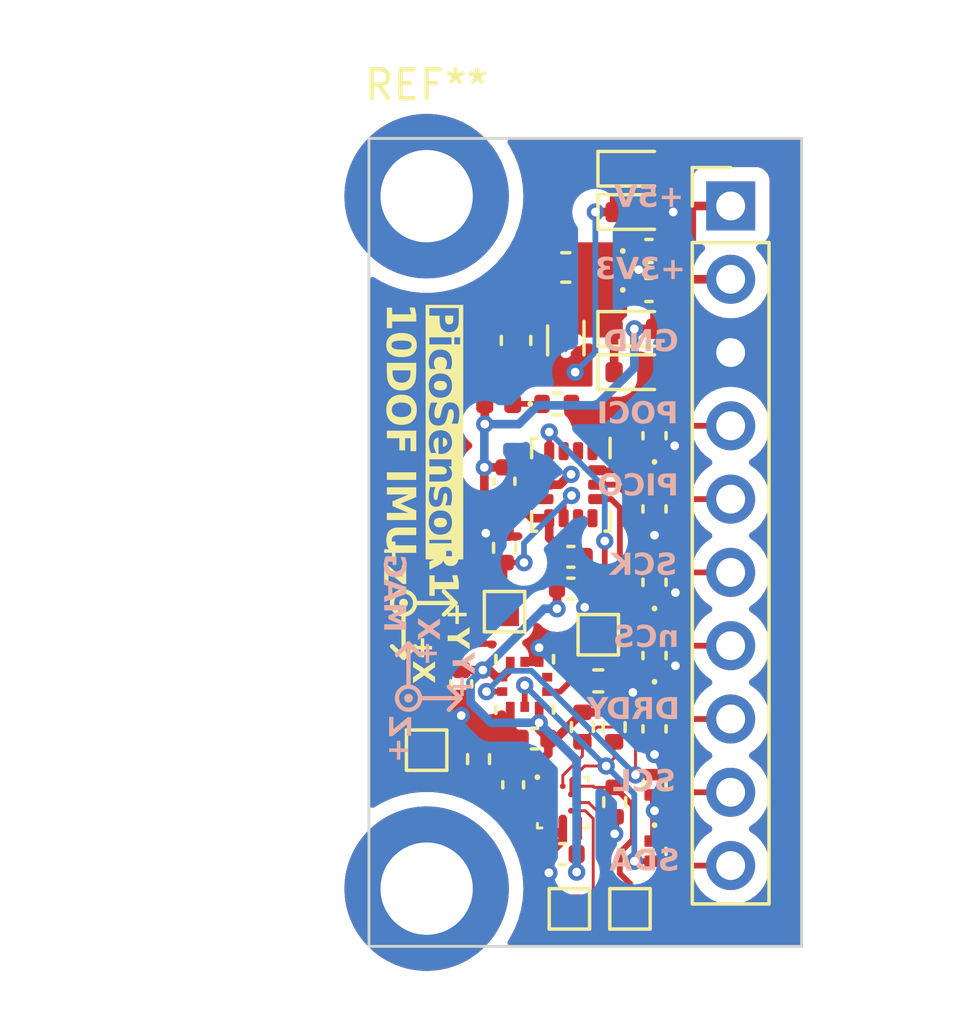
<source format=kicad_pcb>
(kicad_pcb (version 20221018) (generator pcbnew)
  (layers (0 "F.Cu" signal) (31 "B.Cu" signal) (34 "B.Paste" user) (35 "F.Paste" user) (36 "B.SilkS" user "B.Silkscreen") (37 "F.SilkS" user "F.Silkscreen") (38 "B.Mask" user) (39 "F.Mask" user) (44 "Edge.Cuts" user))
  (net 0 "")
  (net 1 "GND")
  (net 2 "+3V3")
  (net 3 "Net-(D1-K)")
  (net 4 "+5V")
  (net 5 "Net-(D3-K)")
  (net 6 "Net-(D11-K)")
  (net 7 "/SCL")
  (net 8 "/SDA")
  (net 9 "Net-(U4-AD0{slash}SDO)")
  (net 10 "Net-(U1-FSYNC)")
  (net 11 "/MISO")
  (net 12 "/DRDY_ICM42688P")
  (net 13 "/nCS")
  (net 14 "/SCK")
  (net 15 "/MOSI")
  (net 18 "/BMM150_CSB")
  (net 19 "/BMM150_DRDY")
  (net 20 "Net-(U3-CSB)")
  (footprint "Package_CSP:WLCSP-12_1.56x1.56mm_P0.4mm" (layer "F.Cu") (at 123.72 74.017)
    (fp_text reference "U3" hide)
    (fp_text value "BMM150")
    (pad "A1" smd circle (at -0.566 -0.566) (size 0.2 0.2) (layers "F.Cu" "F.Paste" "F.Mask") (net 2 "+3V3"))
    (pad "A3" smd circle (at 0 -0.566) (size 0.2 0.2) (layers "F.Cu" "F.Paste" "F.Mask") (net 7 "/SCL"))
    (pad "A5" smd circle (at 0.566 -0.566) (size 0.2 0.2) (layers "F.Cu" "F.Paste" "F.Mask") (net 20 "Net-(U3-CSB)"))
    (pad "B2" smd circle (at -0.283 -0.283) (size 0.2 0.2) (layers "F.Cu" "F.Paste" "F.Mask") (net 2 "+3V3"))
    (pad "B4" smd circle (at 0.283 -0.283) (size 0.2 0.2) (layers "F.Cu" "F.Paste" "F.Mask") (net 8 "/SDA"))
    (pad "C1" smd circle (at -0.566 0) (size 0.2 0.2) (layers "F.Cu" "F.Paste" "F.Mask") (net 18 "/BMM150_CSB"))
    (pad "C5" smd circle (at 0.566 0) (size 0.2 0.2) (layers "F.Cu" "F.Paste" "F.Mask") (net 1 "GND"))
    (pad "D2" smd circle (at -0.283 0.283) (size 0.2 0.2) (layers "F.Cu" "F.Paste" "F.Mask"))
    (pad "D4" smd circle (at 0.283 0.283) (size 0.2 0.2) (layers "F.Cu" "F.Paste" "F.Mask") (net 19 "/BMM150_DRDY"))
    (pad "E1" smd circle (at -0.566 0.566) (size 0.2 0.2) (layers "F.Cu" "F.Paste" "F.Mask") (net 1 "GND"))
    (pad "E3" smd circle (at 0 0.566) (size 0.2 0.2) (layers "F.Cu" "F.Paste" "F.Mask") (net 1 "GND"))
    (pad "E5" smd circle (at 0.566 0.566) (size 0.2 0.2) (layers "F.Cu" "F.Paste" "F.Mask") (net 2 "+3V3"))
  )
  (footprint "LED_SMD:LED_0402_1005Metric" (layer "F.Cu") (at 121.5 60.2 180)
    (fp_text reference "D3" hide)
    (fp_text value "GREEN")
    (pad "1" smd roundrect (at -0.485 0 180) (size 0.59 0.64) (layers "F.Cu" "F.Paste" "F.Mask") (net 5 "Net-(D3-K)"))
    (pad "2" smd roundrect (at 0.485 0 180) (size 0.59 0.64) (layers "F.Cu" "F.Paste" "F.Mask") (net 2 "+3V3"))
  )
  (footprint "Package_DFN_QFN_Extra:DFN1006-2" (layer "F.Cu") (at 126.9 63.85 90)
    (fp_text reference "D9" hide)
    (fp_text value "D_TVS")
    (pad "1" smd roundrect (at -0.35 0 90) (size 0.4 0.7) (layers "F.Cu" "F.Paste" "F.Mask") (roundrect_rratio 0.125) (net 1 "GND"))
    (pad "2" smd roundrect (at 0.35 0 90) (size 0.4 0.7) (layers "F.Cu" "F.Paste" "F.Mask") (roundrect_rratio 0.125) (net 15 "/MOSI"))
  )
  (footprint "Package_DFN_QFN_Extra:DFN1006-2" (layer "F.Cu") (at 126.9 71.47 90)
    (fp_text reference "D6" hide)
    (fp_text value "D_TVS")
    (pad "1" smd roundrect (at -0.35 0 90) (size 0.4 0.7) (layers "F.Cu" "F.Paste" "F.Mask") (roundrect_rratio 0.125) (net 1 "GND"))
    (pad "2" smd roundrect (at 0.35 0 90) (size 0.4 0.7) (layers "F.Cu" "F.Paste" "F.Mask") (roundrect_rratio 0.125) (net 12 "/DRDY_ICM42688P"))
  )
  (footprint "Package_DFN_QFN_Extra:DFN1006-2" (layer "F.Cu") (at 126.9 66.39 90)
    (fp_text reference "D8" hide)
    (fp_text value "D_TVS")
    (pad "1" smd roundrect (at -0.35 0 90) (size 0.4 0.7) (layers "F.Cu" "F.Paste" "F.Mask") (roundrect_rratio 0.125) (net 1 "GND"))
    (pad "2" smd roundrect (at 0.35 0 90) (size 0.4 0.7) (layers "F.Cu" "F.Paste" "F.Mask") (roundrect_rratio 0.125) (net 14 "/SCK"))
  )
  (footprint "Resistor_SMD:R_0402_1005Metric" (layer "F.Cu") (at 124.95 69.8)
    (fp_text reference "R6" hide)
    (fp_text value "10K")
    (pad "1" smd roundrect (at -0.51 0) (size 0.54 0.64) (layers "F.Cu" "F.Paste" "F.Mask") (net 9 "Net-(U4-AD0{slash}SDO)"))
    (pad "2" smd roundrect (at 0.51 0) (size 0.54 0.64) (layers "F.Cu" "F.Paste" "F.Mask") (net 1 "GND"))
  )
  (footprint "TestPoint:TestPoint_Pad_1.0x1.0mm" (layer "F.Cu") (at 121.7 67.4)
    (fp_text reference "TP5" hide)
    (fp_text value "ICM42688P_FSYNC")
    (pad "1" smd rect (at 0 0) (size 1 1) (layers "F.Cu" "F.Mask") (net 10 "Net-(U1-FSYNC)"))
  )
  (footprint "Package_LGA:LGA-14_3x2.5mm_P0.5mm_LayoutBorder3x4y" (layer "F.Cu") (at 124 63 -90)
    (fp_text reference "U1" hide)
    (fp_text value "ICM42688P")
    (pad "1" smd roundrect (at -1.1625 -0.75 270) (size 0.625 0.35) (layers "F.Cu" "F.Paste" "F.Mask") (net 11 "/MISO"))
    (pad "2" smd roundrect (at -1.1625 -0.25 270) (size 0.625 0.35) (layers "F.Cu" "F.Paste" "F.Mask"))
    (pad "3" smd roundrect (at -1.1625 0.25 270) (size 0.625 0.35) (layers "F.Cu" "F.Paste" "F.Mask"))
    (pad "4" smd roundrect (at -1.1625 0.75 270) (size 0.625 0.35) (layers "F.Cu" "F.Paste" "F.Mask") (net 12 "/DRDY_ICM42688P"))
    (pad "5" smd roundrect (at -0.5 0.9125 270) (size 0.35 0.625) (layers "F.Cu" "F.Paste" "F.Mask") (net 2 "+3V3"))
    (pad "6" smd roundrect (at 0 0.9125 270) (size 0.35 0.625) (layers "F.Cu" "F.Paste" "F.Mask") (net 1 "GND"))
    (pad "7" smd roundrect (at 0.5 0.9125 270) (size 0.35 0.625) (layers "F.Cu" "F.Paste" "F.Mask"))
    (pad "8" smd roundrect (at 1.1625 0.75 270) (size 0.625 0.35) (layers "F.Cu" "F.Paste" "F.Mask") (net 2 "+3V3"))
    (pad "9" smd roundrect (at 1.1625 0.25 270) (size 0.625 0.35) (layers "F.Cu" "F.Paste" "F.Mask") (net 10 "Net-(U1-FSYNC)"))
    (pad "10" smd roundrect (at 1.1625 -0.25 270) (size 0.625 0.35) (layers "F.Cu" "F.Paste" "F.Mask"))
    (pad "11" smd roundrect (at 1.1625 -0.75 270) (size 0.625 0.35) (layers "F.Cu" "F.Paste" "F.Mask"))
    (pad "12" smd roundrect (at 0.5 -0.9125 270) (size 0.35 0.625) (layers "F.Cu" "F.Paste" "F.Mask") (net 13 "/nCS"))
    (pad "13" smd roundrect (at 0 -0.9125 270) (size 0.35 0.625) (layers "F.Cu" "F.Paste" "F.Mask") (net 14 "/SCK"))
    (pad "14" smd roundrect (at -0.5 -0.9125 270) (size 0.35 0.625) (layers "F.Cu" "F.Paste" "F.Mask") (net 15 "/MOSI"))
  )
  (footprint "Diode_SMD:D_SOD-523" (layer "F.Cu") (at 126.2 59.1)
    (fp_text reference "D12" hide)
    (fp_text value "BZX58550-B5V6")
    (pad "1" smd roundrect (at -0.7 0 180) (size 0.6 0.7) (layers "F.Cu" "F.Paste" "F.Mask") (net 6 "Net-(D11-K)"))
    (pad "2" smd roundrect (at 0.7 0 180) (size 0.6 0.7) (layers "F.Cu" "F.Paste" "F.Mask") (net 1 "GND"))
  )
  (footprint "MountingHole:MountingHole_3.2mm_M3_ISO7380_Pad" (layer "F.Cu") (at 119 77)
    (fp_text reference "REF**" hide)
    (fp_text value "MountingHole_3.2mm_M3_ISO7380_Pad")
    (pad "1" thru_hole circle (at 0 0) (size 5.7 5.7) (drill 3.2) (layers "*.Cu" "*.Mask"))
  )
  (footprint "Capacitor_SMD:C_0603_1608Metric" (layer "F.Cu") (at 123.825 55.47 180)
    (fp_text reference "C5" hide)
    (fp_text value "0u1")
    (pad "1" smd roundrect (at -0.775 0 180) (size 0.9 0.95) (layers "F.Cu" "F.Paste" "F.Mask") (net 6 "Net-(D11-K)"))
    (pad "2" smd roundrect (at 0.775 0 180) (size 0.9 0.95) (layers "F.Cu" "F.Paste" "F.Mask") (net 1 "GND"))
  )
  (footprint "Package_DFN_QFN_Extra:DFN1006-2" (layer "F.Cu") (at 126.9 75.7 -90)
    (fp_text reference "D4" hide)
    (fp_text value "D_TVS")
    (pad "1" smd roundrect (at -0.35 0 270) (size 0.4 0.7) (layers "F.Cu" "F.Paste" "F.Mask") (roundrect_rratio 0.125) (net 1 "GND"))
    (pad "2" smd roundrect (at 0.35 0 270) (size 0.4 0.7) (layers "F.Cu" "F.Paste" "F.Mask") (roundrect_rratio 0.125) (net 8 "/SDA"))
  )
  (footprint "Resistor_SMD:R_0402_1005Metric" (layer "F.Cu") (at 123.51 60.2)
    (fp_text reference "R5" hide)
    (fp_text value "1K5")
    (pad "1" smd roundrect (at -0.51 0) (size 0.54 0.64) (layers "F.Cu" "F.Paste" "F.Mask") (net 5 "Net-(D3-K)"))
    (pad "2" smd roundrect (at 0.51 0) (size 0.54 0.64) (layers "F.Cu" "F.Paste" "F.Mask") (net 1 "GND"))
  )
  (footprint "Package_DFN_QFN_Extra:DFN1006-2" (layer "F.Cu") (at 126.9 73.4 90)
    (fp_text reference "D5" hide)
    (fp_text value "D_TVS")
    (pad "1" smd roundrect (at -0.35 0 90) (size 0.4 0.7) (layers "F.Cu" "F.Paste" "F.Mask") (roundrect_rratio 0.125) (net 1 "GND"))
    (pad "2" smd roundrect (at 0.35 0 90) (size 0.4 0.7) (layers "F.Cu" "F.Paste" "F.Mask") (roundrect_rratio 0.125) (net 7 "/SCL"))
  )
  (footprint "Capacitor_SMD:C_0402_1005Metric" (layer "F.Cu") (at 123.72 75.8 180)
    (fp_text reference "C7" hide)
    (fp_text value "0u1")
    (pad "1" smd roundrect (at -0.48 0 180) (size 0.56 0.62) (layers "F.Cu" "F.Paste" "F.Mask") (net 2 "+3V3"))
    (pad "2" smd roundrect (at 0.48 0 180) (size 0.56 0.62) (layers "F.Cu" "F.Paste" "F.Mask") (net 1 "GND"))
  )
  (footprint "Capacitor_SMD:C_0402_1005Metric" (layer "F.Cu") (at 122 73.4 90)
    (fp_text reference "C6" hide)
    (fp_text value "0u1")
    (pad "1" smd roundrect (at -0.48 0 90) (size 0.56 0.62) (layers "F.Cu" "F.Paste" "F.Mask") (net 1 "GND"))
    (pad "2" smd roundrect (at 0.48 0 90) (size 0.56 0.62) (layers "F.Cu" "F.Paste" "F.Mask") (net 2 "+3V3"))
  )
  (footprint "Package_DFN_QFN_Extra:DFN1006-2" (layer "F.Cu") (at 126.9 68.93 90)
    (fp_text reference "D7" hide)
    (fp_text value "D_TVS")
    (pad "1" smd roundrect (at -0.35 0 90) (size 0.4 0.7) (layers "F.Cu" "F.Paste" "F.Mask") (roundrect_rratio 0.125) (net 1 "GND"))
    (pad "2" smd roundrect (at 0.35 0 90) (size 0.4 0.7) (layers "F.Cu" "F.Paste" "F.Mask") (roundrect_rratio 0.125) (net 13 "/nCS"))
  )
  (footprint "Capacitor_SMD:C_0402_1005Metric" (layer "F.Cu") (at 124 65.5 180)
    (fp_text reference "C1" hide)
    (fp_text value "2u2")
    (pad "1" smd roundrect (at -0.48 0 180) (size 0.56 0.62) (layers "F.Cu" "F.Paste" "F.Mask") (net 1 "GND"))
    (pad "2" smd roundrect (at 0.48 0 180) (size 0.56 0.62) (layers "F.Cu" "F.Paste" "F.Mask") (net 2 "+3V3"))
  )
  (footprint "Package_DFN_QFN_Extra:DFN1006-2" (layer "F.Cu") (at 126.9 61.31 90)
    (fp_text reference "D10" hide)
    (fp_text value "D_TVS")
    (pad "1" smd roundrect (at -0.35 0 90) (size 0.4 0.7) (layers "F.Cu" "F.Paste" "F.Mask") (roundrect_rratio 0.125) (net 1 "GND"))
    (pad "2" smd roundrect (at 0.35 0 90) (size 0.4 0.7) (layers "F.Cu" "F.Paste" "F.Mask") (roundrect_rratio 0.125) (net 11 "/MISO"))
  )
  (footprint "Capacitor_SMD:C_0402_1005Metric" (layer "F.Cu") (at 120.2 69.904 -90)
    (fp_text reference "C9" hide)
    (fp_text value "0u1")
    (pad "1" smd roundrect (at -0.48 0 270) (size 0.56 0.62) (layers "F.Cu" "F.Paste" "F.Mask") (net 2 "+3V3"))
    (pad "2" smd roundrect (at 0.48 0 270) (size 0.56 0.62) (layers "F.Cu" "F.Paste" "F.Mask") (net 1 "GND"))
  )
  (footprint "Capacitor_SMD:C_0402_1005Metric" (layer "F.Cu") (at 124 66.6 180)
    (fp_text reference "C2" hide)
    (fp_text value "0u1")
    (pad "1" smd roundrect (at -0.48 0 180) (size 0.56 0.62) (layers "F.Cu" "F.Paste" "F.Mask") (net 1 "GND"))
    (pad "2" smd roundrect (at 0.48 0 180) (size 0.56 0.62) (layers "F.Cu" "F.Paste" "F.Mask") (net 2 "+3V3"))
  )
  (footprint "Package_DFN_QFN_Extra:DFN1006-2" (layer "F.Cu") (at 126.7 54.9)
    (fp_text reference "D13" hide)
    (fp_text value "D_TVS")
    (pad "1" smd roundrect (at -0.35 0) (size 0.4 0.7) (layers "F.Cu" "F.Paste" "F.Mask") (roundrect_rratio 0.125) (net 1 "GND"))
    (pad "2" smd roundrect (at 0.35 0) (size 0.4 0.7) (layers "F.Cu" "F.Paste" "F.Mask") (roundrect_rratio 0.125) (net 4 "+5V"))
  )
  (footprint "TestPoint:TestPoint_Pad_1.0x1.0mm" (layer "F.Cu") (at 119 72.2)
    (fp_text reference "TP2" hide)
    (fp_text value "BMM150_B0")
    (pad "1" smd rect (at 0 0) (size 1 1) (layers "F.Cu" "F.Mask") (net 18 "/BMM150_CSB"))
  )
  (footprint "Diode_SMD:D_SOD-523" (layer "F.Cu") (at 126.2 52.05)
    (fp_text reference "D2" hide)
    (fp_text value "1PS79SB30")
    (pad "1" smd roundrect (at -0.7 0 180) (size 0.6 0.7) (layers "F.Cu" "F.Paste" "F.Mask") (net 3 "Net-(D1-K)"))
    (pad "2" smd roundrect (at 0.7 0 180) (size 0.6 0.7) (layers "F.Cu" "F.Paste" "F.Mask") (net 4 "+5V"))
  )
  (footprint "ICP20100:PQFN50P200X200X85-10N" (layer "F.Cu") (at 122.4 69.92)
    (fp_text reference "U4" hide)
    (fp_text value "ICP20100")
    (pad "1" smd roundrect (at -0.78 -0.25) (size 0.35 0.3) (layers "F.Cu" "F.Paste" "F.Mask") (roundrect_rratio 0.04) (net 2 "+3V3"))
    (pad "2" smd roundrect (at -0.78 0.25) (size 0.35 0.3) (layers "F.Cu" "F.Paste" "F.Mask") (roundrect_rratio 0.04) (net 7 "/SCL"))
    (pad "3" smd roundrect (at -0.5 0.78) (size 0.3 0.35) (layers "F.Cu" "F.Paste" "F.Mask") (roundrect_rratio 0.05) (net 1 "GND"))
    (pad "4" smd roundrect (at 0 0.78) (size 0.3 0.35) (layers "F.Cu" "F.Paste" "F.Mask") (roundrect_rratio 0.05) (net 8 "/SDA"))
    (pad "5" smd roundrect (at 0.5 0.78) (size 0.3 0.35) (layers "F.Cu" "F.Paste" "F.Mask") (roundrect_rratio 0.05) (net 2 "+3V3"))
    (pad "6" smd roundrect (at 0.78 0.25) (size 0.35 0.3) (layers "F.Cu" "F.Paste" "F.Mask") (roundrect_rratio 0.04) (net 9 "Net-(U4-AD0{slash}SDO)"))
    (pad "7" smd roundrect (at 0.78 -0.25) (size 0.35 0.3) (layers "F.Cu" "F.Paste" "F.Mask") (roundrect_rratio 0.04))
    (pad "8" smd roundrect (at 0.5 -0.78) (size 0.3 0.35) (layers "F.Cu" "F.Paste" "F.Mask") (roundrect_rratio 0.05) (net 1 "GND"))
    (pad "9" smd roundrect (at 0 -0.78) (size 0.3 0.35) (layers "F.Cu" "F.Paste" "F.Mask") (roundrect_rratio 0.05) (net 1 "GND"))
    (pad "10" smd roundrect (at -0.5 -0.78) (size 0.3 0.35) (layers "F.Cu" "F.Paste" "F.Mask") (roundrect_rratio 0.05) (net 2 "+3V3"))
  )
  (footprint "Diode_SMD:D_SOD-523" (layer "F.Cu") (at 126.2 53.55)
    (fp_text reference "D1" hide)
    (fp_text value "BZX58550-B5V6")
    (pad "1" smd roundrect (at -0.7 0 180) (size 0.6 0.7) (layers "F.Cu" "F.Paste" "F.Mask") (net 3 "Net-(D1-K)"))
    (pad "2" smd roundrect (at 0.7 0 180) (size 0.6 0.7) (layers "F.Cu" "F.Paste" "F.Mask") (net 1 "GND"))
  )
  (footprint "Package_DFN_QFN_Extra:DFN1006-2" (layer "F.Cu") (at 126.7 56.25)
    (fp_text reference "D14" hide)
    (fp_text value "D_TVS")
    (pad "1" smd roundrect (at -0.35 0) (size 0.4 0.7) (layers "F.Cu" "F.Paste" "F.Mask") (roundrect_rratio 0.125) (net 1 "GND"))
    (pad "2" smd roundrect (at 0.35 0) (size 0.4 0.7) (layers "F.Cu" "F.Paste" "F.Mask") (roundrect_rratio 0.125) (net 2 "+3V3"))
  )
  (footprint "TestPoint:TestPoint_Pad_1.0x1.0mm" (layer "F.Cu") (at 123.95 77.7 180)
    (fp_text reference "TP3" hide)
    (fp_text value "BMM150_DRDY")
    (pad "1" smd rect (at 0 0 180) (size 1 1) (layers "F.Cu" "F.Mask") (net 19 "/BMM150_DRDY"))
  )
  (footprint "Connector_PinHeader_2.54mm:PinHeader_1x10_P2.54mm_Vertical" (layer "F.Cu") (at 129.54 53.34)
    (fp_text reference "J1" hide)
    (fp_text value "Conn_01x10")
    (pad "1" thru_hole rect locked (at 0 0) (size 1.7 1.7) (drill 1) (layers "*.Cu" "*.Mask") (net 4 "+5V"))
    (pad "2" thru_hole oval locked (at 0 2.54) (size 1.7 1.7) (drill 1) (layers "*.Cu" "*.Mask") (net 2 "+3V3"))
    (pad "3" thru_hole oval locked (at 0 5.08) (size 1.7 1.7) (drill 1) (layers "*.Cu" "*.Mask") (net 1 "GND"))
    (pad "4" thru_hole oval locked (at 0 7.62) (size 1.7 1.7) (drill 1) (layers "*.Cu" "*.Mask") (net 11 "/MISO"))
    (pad "5" thru_hole oval locked (at 0 10.16) (size 1.7 1.7) (drill 1) (layers "*.Cu" "*.Mask") (net 15 "/MOSI"))
    (pad "6" thru_hole oval locked (at 0 12.7) (size 1.7 1.7) (drill 1) (layers "*.Cu" "*.Mask") (net 14 "/SCK"))
    (pad "7" thru_hole oval locked (at 0 15.24) (size 1.7 1.7) (drill 1) (layers "*.Cu" "*.Mask") (net 13 "/nCS"))
    (pad "8" thru_hole oval locked (at 0 17.78) (size 1.7 1.7) (drill 1) (layers "*.Cu" "*.Mask") (net 12 "/DRDY_ICM42688P"))
    (pad "9" thru_hole oval locked (at 0 20.32) (size 1.7 1.7) (drill 1) (layers "*.Cu" "*.Mask") (net 7 "/SCL"))
    (pad "10" thru_hole oval locked (at 0 22.86) (size 1.7 1.7) (drill 1) (layers "*.Cu" "*.Mask") (net 8 "/SDA"))
  )
  (footprint "Capacitor_SMD:C_0402_1005Metric" (layer "F.Cu") (at 122.74 71.8)
    (fp_text reference "C8" hide)
    (fp_text value "0u1")
    (pad "1" smd roundrect (at -0.48 0) (size 0.56 0.62) (layers "F.Cu" "F.Paste" "F.Mask") (net 1 "GND"))
    (pad "2" smd roundrect (at 0.48 0) (size 0.56 0.62) (layers "F.Cu" "F.Paste" "F.Mask") (net 2 "+3V3"))
  )
  (footprint "TestPoint:TestPoint_Pad_1.0x1.0mm" (layer "F.Cu") (at 126.05 77.7 180)
    (fp_text reference "TP1" hide)
    (fp_text value "BMM150_B1")
    (pad "1" smd rect (at 0 0 180) (size 1 1) (layers "F.Cu" "F.Mask") (net 20 "Net-(U3-CSB)"))
  )
  (footprint "TestPoint:TestPoint_Pad_1.0x1.0mm" (layer "F.Cu") (at 124.95 68.2)
    (fp_text reference "TP4" hide)
    (fp_text value "ICP20100_CSB")
    (pad "1" smd rect (at 0 0) (size 1 1) (layers "F.Cu" "F.Mask") (net 9 "Net-(U4-AD0{slash}SDO)"))
  )
  (footprint "Resistor_SMD:R_0402_1005Metric" (layer "F.Cu") (at 121.7 65.19 90)
    (fp_text reference "R7" hide)
    (fp_text value "10K")
    (pad "1" smd roundrect (at -0.51 0 90) (size 0.54 0.64) (layers "F.Cu" "F.Paste" "F.Mask") (net 10 "Net-(U1-FSYNC)"))
    (pad "2" smd roundrect (at 0.51 0 90) (size 0.54 0.64) (layers "F.Cu" "F.Paste" "F.Mask") (net 1 "GND"))
  )
  (footprint "Diode_SMD:D_SOD-523" (layer "F.Cu") (at 126.2 57.6)
    (fp_text reference "D11" hide)
    (fp_text value "1PS79SB30")
    (pad "1" smd roundrect (at -0.7 0 180) (size 0.6 0.7) (layers "F.Cu" "F.Paste" "F.Mask") (net 6 "Net-(D11-K)"))
    (pad "2" smd roundrect (at 0.7 0 180) (size 0.6 0.7) (layers "F.Cu" "F.Paste" "F.Mask") (net 2 "+3V3"))
  )
  (footprint "Resistor_SMD:R_0402_1005Metric" (layer "F.Cu") (at 125.5 71.4 -90)
    (fp_text reference "R2" hide)
    (fp_text value "1K5")
    (pad "1" smd roundrect (at -0.51 0 270) (size 0.54 0.64) (layers "F.Cu" "F.Paste" "F.Mask") (net 2 "+3V3"))
    (pad "2" smd roundrect (at 0.51 0 270) (size 0.54 0.64) (layers "F.Cu" "F.Paste" "F.Mask") (net 8 "/SDA"))
  )
  (footprint "Package_SON:Texas_X2SON-4_1x1mm_P0.65mm" (layer "F.Cu") (at 123.825 58 -90)
    (fp_text reference "U2" hide)
    (fp_text value "TLV71333PDQN")
    (pad "1" smd custom (at -0.43 -0.325 270) (size 0.148492 0.148492) (layers "F.Cu") (net 6 "Net-(D11-K)") (options (clearance outline) (anchor circle)) (primitives (gr_poly (pts (xy 0.23 -0.054289) (xy 0.020711 0.155) (xy -0.23 0.155) (xy -0.23 -0.155) (xy 0.23 -0.155)) (width 0) (fill yes))))
    (pad "2" smd custom (at -0.43 0.325 270) (size 0.148492 0.148492) (layers "F.Cu") (net 1 "GND") (options (clearance outline) (anchor circle)) (primitives (gr_poly (pts (xy 0.23 0.054289) (xy 0.23 0.155) (xy -0.23 0.155) (xy -0.23 -0.155) (xy 0.020711 -0.155)) (width 0) (fill yes))))
    (pad "3" smd custom (at 0.43 0.325 270) (size 0.148492 0.148492) (layers "F.Cu") (net 3 "Net-(D1-K)") (options (clearance outline) (anchor circle)) (primitives (gr_poly (pts (xy 0.23 0.155) (xy -0.23 0.155) (xy -0.23 0.054289) (xy -0.020711 -0.155) (xy 0.23 -0.155)) (width 0) (fill yes))))
    (pad "4" smd custom (at 0.43 -0.325 270) (size 0.148492 0.148492) (layers "F.Cu") (net 3 "Net-(D1-K)") (options (clearance outline) (anchor circle)) (primitives (gr_poly (pts (xy 0.23 0.155) (xy -0.020711 0.155) (xy -0.23 -0.054289) (xy -0.23 -0.155) (xy 0.23 -0.155)) (width 0) (fill yes))))
    (pad "5" smd rect (at 0 0 315) (size 0.58 0.58) (layers "F.Cu" "F.Paste" "F.Mask") (net 1 "GND"))
  )
  (footprint "Resistor_SMD:R_0402_1005Metric" (layer "F.Cu") (at 120.8 72.51 90)
    (fp_text reference "R3" hide)
    (fp_text value "10K")
    (pad "1" smd roundrect (at -0.51 0 90) (size 0.54 0.64) (layers "F.Cu" "F.Paste" "F.Mask") (net 18 "/BMM150_CSB"))
    (pad "2" smd roundrect (at 0.51 0 90) (size 0.54 0.64) (layers "F.Cu" "F.Paste" "F.Mask") (net 1 "GND"))
  )
  (footprint "Capacitor_SMD:C_0402_1005Metric" (layer "F.Cu") (at 121.7 62.88 -90)
    (fp_text reference "C3" hide)
    (fp_text value "10n")
    (pad "1" smd roundrect (at -0.48 0 270) (size 0.56 0.62) (layers "F.Cu" "F.Paste" "F.Mask") (net 2 "+3V3"))
    (pad "2" smd roundrect (at 0.48 0 270) (size 0.56 0.62) (layers "F.Cu" "F.Paste" "F.Mask") (net 1 "GND"))
  )
  (footprint "MountingHole:MountingHole_3.2mm_M3_ISO7380_Pad" (layer "F.Cu") (at 119 53)
    (fp_text reference "REF**" (at 0 -3.85) (layer "F.SilkS"))
    (fp_text value "MountingHole_3.2mm_M3_ISO7380_Pad")
    (pad "1" thru_hole circle (at 0 0) (size 5.7 5.7) (drill 3.2) (layers "*.Cu" "*.Mask"))
  )
  (footprint "Resistor_SMD:R_0402_1005Metric" (layer "F.Cu") (at 125.52 74 -90)
    (fp_text reference "R4" hide)
    (fp_text value "10K")
    (pad "1" smd roundrect (at -0.51 0 270) (size 0.54 0.64) (layers "F.Cu" "F.Paste" "F.Mask") (net 20 "Net-(U3-CSB)"))
    (pad "2" smd roundrect (at 0.51 0 270) (size 0.54 0.64) (layers "F.Cu" "F.Paste" "F.Mask") (net 1 "GND"))
  )
  (footprint "Capacitor_SMD:C_0603_1608Metric" (layer "F.Cu") (at 122.1 58 90)
    (fp_text reference "C4" hide)
    (fp_text value "0u1")
    (pad "1" smd roundrect (at -0.775 0 90) (size 0.9 0.95) (layers "F.Cu" "F.Paste" "F.Mask") (net 3 "Net-(D1-K)"))
    (pad "2" smd roundrect (at 0.775 0 90) (size 0.9 0.95) (layers "F.Cu" "F.Paste" "F.Mask") (net 1 "GND"))
  )
  (footprint "Resistor_SMD:R_0402_1005Metric" (layer "F.Cu") (at 124.4 71.4 -90)
    (fp_text reference "R1" hide)
    (fp_text value "1K5")
    (pad "1" smd roundrect (at -0.51 0 270) (size 0.54 0.64) (layers "F.Cu" "F.Paste" "F.Mask") (net 2 "+3V3"))
    (pad "2" smd roundrect (at 0.51 0 270) (size 0.54 0.64) (layers "F.Cu" "F.Paste" "F.Mask") (net 7 "/SCL"))
  )
  (gr_circle (center 118.371486 70.4) (end 118.771486 70.4) (stroke (width 0.15)) (fill none) (layer "B.SilkS"))
  (gr_line (start 119.771486 70) (end 120.171486 70.4) (stroke (width 0.15)) (layer "B.SilkS"))
  (gr_line (start 118.371486 68.5) (end 118.771486 68.9) (stroke (width 0.15)) (layer "B.SilkS"))
  (gr_line (start 117.971486 68.9) (end 118.371486 68.5) (stroke (width 0.15)) (layer "B.SilkS"))
  (gr_line (start 120.171486 70.4) (end 118.771486 70.4) (stroke (width 0.15)) (layer "B.SilkS"))
  (gr_line (start 118.771486 68.9) (end 118.371486 68.5) (stroke (width 0.15)) (layer "B.SilkS"))
  (gr_line (start 118.371486 68.5) (end 118.371486 69.9) (stroke (width 0.15)) (layer "B.SilkS"))
  (gr_line (start 119.771486 70.8) (end 120.171486 70.4) (stroke (width 0.15)) (layer "B.SilkS"))
  (gr_circle (center 118.371486 70.4) (end 118.371486 70.4) (stroke (width 0.15)) (fill none) (layer "B.SilkS"))
  (gr_line (start 120.171486 70.4) (end 119.771486 70.8) (stroke (width 0.15)) (layer "B.SilkS"))
  (gr_line (start 118.2 69) (end 117.8 68.6) (stroke (width 0.15)) (layer "F.SilkS"))
  (gr_circle (center 118.2 67.1) (end 118.6 67.1) (stroke (width 0.15)) (fill none) (layer "F.SilkS"))
  (gr_line (start 120 67.1) (end 119.6 67.5) (stroke (width 0.15)) (layer "F.SilkS"))
  (gr_line (start 118.2 69) (end 118.6 68.6) (stroke (width 0.15)) (layer "F.SilkS"))
  (gr_line (start 119.6 66.7) (end 120 67.1) (stroke (width 0.15)) (layer "F.SilkS"))
  (gr_line (start 118.6 67.1) (end 120 67.1) (stroke (width 0.15)) (layer "F.SilkS"))
  (gr_line (start 120 67.1) (end 119.6 66.7) (stroke (width 0.15)) (layer "F.SilkS"))
  (gr_circle (center 118.2 67.1) (end 118.2 67.1) (stroke (width 0.15)) (fill none) (layer "F.SilkS"))
  (gr_line (start 118.2 67.6) (end 118.2 69) (stroke (width 0.15)) (layer "F.SilkS"))
  (gr_rect (start 117 51) (end 132 79) (stroke (width 0.1)) (fill none) (layer "Edge.Cuts"))
  (gr_text "GND" (at 125.123377 58.5) (layer "B.SilkS") (effects (font (size 0.75 0.75) (thickness 0.15) bold) (justify right bottom mirror)))
  (gr_text "SCL" (at 125.440649 73.75) (layer "B.SilkS") (effects (font (size 0.75 0.75) (thickness 0.15) bold) (justify right bottom mirror)))
  (gr_text "+X" (at 118.571486 67.6 -90) (layer "B.SilkS") (effects (font (size 0.75 0.75) (thickness 0.15) bold) (justify right bottom mirror)))
  (gr_text "PICO" (at 124.91455 63.5) (layer "B.SilkS") (effects (font (size 0.75 0.75) (thickness 0.15) bold) (justify right bottom mirror)))
  (gr_text "SCK" (at 125.343929 66.25) (layer "B.SilkS") (effects (font (size 0.75 0.75) (thickness 0.15) bold) (justify right bottom mirror)))
  (gr_text "+5V" (at 125.5 53.5) (layer "B.SilkS") (effects (font (size 0.75 0.75) (thickness 0.15) bold) (justify right bottom mirror)))
  (gr_text "DRDY" (at 124.544522 71.25) (layer "B.SilkS") (effects (font (size 0.75 0.75) (thickness 0.15) bold) (justify right bottom mirror)))
  (gr_text "+3V3" (at 124.827355 56) (layer "B.SilkS") (effects (font (size 0.75 0.75) (thickness 0.15) bold) (justify right bottom mirror)))
  (gr_text "+Z" (at 117.571486 71 -90) (layer "B.SilkS") (effects (font (size 0.75 0.75) (thickness 0.15) bold) (justify right bottom mirror)))
  (gr_text "+Y" (at 119.771486 68.8 -90) (layer "B.SilkS") (effects (font (size 0.75 0.75) (thickness 0.15) bold) (justify right bottom mirror)))
  (gr_text "nCS" (at 125.457502 68.75) (layer "B.SilkS") (effects (font (size 0.75 0.75) (thickness 0.15) bold) (justify right bottom mirror)))
  (gr_text "POCI" (at 124.89843 61) (layer "B.SilkS") (effects (font (size 0.75 0.75) (thickness 0.15) bold) (justify right bottom mirror)))
  (gr_text "MAG" (at 117.4 65.4 270) (layer "B.SilkS") (effects (font (size 0.75 0.75) (thickness 0.15) bold) (justify right bottom mirror)))
  (gr_text "SDA" (at 125.330007 76.5) (layer "B.SilkS") (effects (font (size 0.75 0.75) (thickness 0.15) bold) (justify right bottom mirror)))
  (gr_text "+Y" (at 119.6 68.7 270) (layer "F.SilkS") (effects (font (size 0.75 0.75) (thickness 0.15) bold) (justify right bottom)))
  (gr_text "R1" (at 118.925 64.9 -90) (layer "F.SilkS") (effects (font (size 1 1) (thickness 0.15) bold) (justify left bottom)))
  (gr_text "+X" (at 118.4 69.9 270) (layer "F.SilkS") (effects (font (size 0.75 0.75) (thickness 0.15) bold) (justify right bottom)))
  (gr_text "10DOF IMU" (at 117.45 56.7 270) (layer "F.SilkS") (effects (font (size 1 1) (thickness 0.15) bold) (justify left bottom)))
  (gr_text "PicoSensor" (at 118.925 56.75 -90) (layer "F.SilkS" knockout) (effects (font (size 1 1) (thickness 0.15) bold) (justify left bottom)))
  (gr_text "+Z" (at 117.4 66.5 -90) (layer "F.SilkS") (effects (font (size 0.75 0.75) (thickness 0.15) bold) (justify right bottom)))
  (segment (start 126.9 61.66) (end 127.59 61.66) (width 0.1016) (layer "F.Cu") (net 1))
  (segment (start 122.283 74.583) (end 122 74.3) (width 0.3) (layer "F.Cu") (net 1))
  (segment (start 127.61 66.74) (end 127.625 66.725) (width 0.1016) (layer "F.Cu") (net 1))
  (segment (start 123.5 57.675) (end 123.825 58) (width 0.3) (layer "F.Cu") (net 1))
  (segment (start 123.72 74.583) (end 123.72 75.32) (width 0.3) (layer "F.Cu") (net 1))
  (segment (start 127.59 61.66) (end 127.6 61.65) (width 0.1016) (layer "F.Cu") (net 1))
  (segment (start 125.11 74.51) (end 125.52 74.51) (width 0.1016) (layer "F.Cu") (net 1))
  (segment (start 123.953087 62.666832) (end 123.983168 62.666832) (width 0.3) (layer "F.Cu") (net 1))
  (segment (start 124.617 74.017) (end 125.11 74.51) (width 0.1016) (layer "F.Cu") (net 1))
  (segment (start 126.9 71.82) (end 126.9 72.35) (width 0.1016) (layer "F.Cu") (net 1))
  (segment (start 127.62 69.28) (end 127.625 69.275) (width 0.1016) (layer "F.Cu") (net 1))
  (segment (start 125.46 69.8) (end 125.75 69.8) (width 0.3) (layer "F.Cu") (net 1))
  (segment (start 126.35 54.1) (end 126.9 53.55) (width 0.3) (layer "F.Cu") (net 1))
  (segment (start 123.24 75.8) (end 123.24 76.44) (width 0.3) (layer "F.Cu") (net 1))
  (segment (start 121.9 71.44) (end 122.26 71.8) (width 0.3) (layer "F.Cu") (net 1))
  (segment (start 123.72 75.32) (end 123.24 75.8) (width 0.3) (layer "F.Cu") (net 1))
  (segment (start 123.0875 63) (end 122.06 63) (width 0.3) (layer "F.Cu") (net 1))
  (segment (start 126.9 64.2) (end 126.9 64.75) (width 0.1016) (layer "F.Cu") (net 1))
  (segment (start 123.619919 63) (end 123.953087 62.666832) (width 0.3) (layer "F.Cu") (net 1))
  (segment (start 122 74.3) (end 122 73.88) (width 0.3) (layer "F.Cu") (net 1))
  (segment (start 126.9 69.28) (end 127.62 69.28) (width 0.1016) (layer "F.Cu") (net 1))
  (segment (start 126.9 73.75) (end 126.9 74.3) (width 0.1016) (layer "F.Cu") (net 1))
  (segment (start 126.35 54.9) (end 126.35 54.1) (width 0.3) (layer "F.Cu") (net 1))
  (segment (start 122.9 69.14) (end 122.9 68.65) (width 0.3) (layer "F.Cu") (net 1))
  (segment (start 124.48 66.6) (end 124.48 67.23) (width 0.3) (layer "F.Cu") (net 1))
  (segment (start 126.9 66.74) (end 127.61 66.74) (width 0.3) (layer "F.Cu") (net 1))
  (segment (start 122.06 63) (end 121.7 63.36) (width 0.3) (layer "F.Cu") (net 1))
  (segment (start 124.286 74.017) (end 124.617 74.017) (width 0.1016) (layer "F.Cu") (net 1))
  (segment (start 123.983168 62.666832) (end 124.008168 62.641832) (width 0.3) (layer "F.Cu") (net 1))
  (segment (start 123.154 74.583) (end 122.283 74.583) (width 0.3) (layer "F.Cu") (net 1))
  (segment (start 125.52 75.07) (end 125.55 75.1) (width 0.3) (layer "F.Cu") (net 1))
  (segment (start 125.75 69.8) (end 126.15 70.2) (width 0.3) (layer "F.Cu") (net 1))
  (segment (start 126.9 53.55) (end 127.55 53.55) (width 0.3) (layer "F.Cu") (net 1))
  (segment (start 123.0875 63) (end 123.619919 63) (width 0.3) (layer "F.Cu") (net 1))
  (segment (start 123.24 76.44) (end 123.25 76.45) (width 0.3) (layer "F.Cu") (net 1))
  (segment (start 121.9 70.7) (end 121.9 71.44) (width 0.3) (layer "F.Cu") (net 1))
  (segment (start 122.9 69.14) (end 122.4 69.14) (width 0.3) (layer "F.Cu") (net 1))
  (segment (start 125.52 74.51) (end 125.52 75.07) (width 0.3) (layer "F.Cu") (net 1))
  (segment (start 121.7 64.68) (end 121.08 64.68) (width 0.3) (layer "F.Cu") (net 1))
  (segment (start 121.08 64.68) (end 121.05 64.65) (width 0.3) (layer "F.Cu") (net 1))
  (segment (start 123.5 57.57) (end 123.5 57.675) (width 0.3) (layer "F.Cu") (net 1))
  (segment (start 120.2 70.384) (end 120.2 71) (width 0.2) (layer "F.Cu") (net 1))
  (segment (start 126.35 56.25) (end 126.35 54.9) (width 0.3) (layer "F.Cu") (net 1))
  (segment (start 124.48 67.23) (end 124.5 67.25) (width 0.3) (layer "F.Cu") (net 1))
  (via (at 125.52 75.1) (size 0.6) (drill 0.3) (layers "F.Cu" "B.Cu") (net 1))
  (via (at 127.625 66.74) (size 0.6) (drill 0.3) (layers "F.Cu" "B.Cu") (net 1))
  (via (at 122.9 68.65) (size 0.6) (drill 0.3) (layers "F.Cu" "B.Cu") (net 1))
  (via (at 127.6 61.65) (size 0.6) (drill 0.3) (layers "F.Cu" "B.Cu") (net 1))
  (via (at 127.625 69.275) (size 0.6) (drill 0.3) (layers "F.Cu" "B.Cu") (net 1))
  (via (at 124.008168 62.641832) (size 0.6) (drill 0.3) (layers "F.Cu" "B.Cu") (net 1))
  (via (at 127.55 53.55) (size 0.6) (drill 0.3) (layers "F.Cu" "B.Cu") (net 1))
  (via (at 126.35 55.55) (size 0.6) (drill 0.3) (layers "F.Cu" "B.Cu") (net 1))
  (via (at 126.9 64.75) (size 0.6) (drill 0.3) (layers "F.Cu" "B.Cu") (net 1))
  (via (at 120.2 71) (size 0.6) (drill 0.3) (layers "F.Cu" "B.Cu") (net 1))
  (via (at 121.05 64.68) (size 0.6) (drill 0.3) (layers "F.Cu" "B.Cu") (net 1))
  (via (at 126.9 74.3) (size 0.6) (drill 0.3) (layers "F.Cu" "B.Cu") (net 1))
  (via (at 124.48 67.25) (size 0.6) (drill 0.3) (layers "F.Cu" "B.Cu") (net 1))
  (via (at 126.15 70.2) (size 0.6) (drill 0.3) (layers "F.Cu" "B.Cu") (net 1))
  (via (at 123.24 76.45) (size 0.6) (drill 0.3) (layers "F.Cu" "B.Cu") (net 1))
  (via (at 126.9 72.35) (size 0.6) (drill 0.3) (layers "F.Cu" "B.Cu") (net 1))
  (segment (start 123.25 64.85) (end 123.25 64.1625) (width 0.3) (layer "F.Cu") (net 2))
  (segment (start 127.05 56.85) (end 126.9 57) (width 0.3) (layer "F.Cu") (net 2))
  (segment (start 121.015 60.885) (end 121 60.9) (width 0.3) (layer "F.Cu") (net 2))
  (segment (start 121.9 69.39) (end 121.62 69.67) (width 0.3) (layer "F.Cu") (net 2))
  (segment (start 123.52 65.12) (end 123.25 64.85) (width 0.3) (layer "F.Cu") (net 2))
  (segment (start 121.9 69.14) (end 121.9 69.39) (width 0.3) (layer "F.Cu") (net 2))
  (segment (start 120.95 69.424) (end 120.2 69.424) (width 0.3) (layer "F.Cu") (net 2))
  (segment (start 121.3 64) (end 121 63.7) (width 0.3) (layer "F.Cu") (net 2))
  (segment (start 124.2 75.325) (end 124.286 75.239) (width 0.2) (layer "F.Cu") (net 2))
  (segment (start 122.9 71.25) (end 122.9 71.48) (width 0.3) (layer "F.Cu") (net 2))
  (segment (start 126.9 57.6) (end 126.2011 57.6) (width 0.3) (layer "F.Cu") (net 2))
  (segment (start 124.4 70.89) (end 125.5 70.89) (width 0.3) (layer "F.Cu") (net 2))
  (segment (start 123.22 72.323) (end 122.623 72.92) (width 0.3) (layer "F.Cu") (net 2))
  (segment (start 123.014 73.311) (end 123.154 73.451) (width 0.1016) (layer "F.Cu") (net 2))
  (segment (start 121.170002 69.424) (end 120.95 69.424) (width 0.3) (layer "F.Cu") (net 2))
  (segment (start 122.5 64) (end 121.3 64) (width 0.3) (layer "F.Cu") (net 2))
  (segment (start 123.52 66.6) (end 123.52 67.28) (width 0.3) (layer "F.Cu") (net 2))
  (segment (start 123.52 65.5) (end 123.52 65.12) (width 0.3) (layer "F.Cu") (net 2))
  (segment (start 123.437 73.734) (end 123.014 73.311) (width 0.2) (layer "F.Cu") (net 2))
  (segment (start 121.416002 69.67) (end 121.170002 69.424) (width 0.3) (layer "F.Cu") (net 2))
  (segment (start 126.9 57) (end 126.9 57.6) (width 0.3) (layer "F.Cu") (net 2))
  (segment (start 122.9 70.7) (end 122.9 71.25) (width 0.3) (layer "F.Cu") (net 2))
  (segment (start 123.0875 62.5) (end 122.4 62.5) (width 0.3) (layer "F.Cu") (net 2))
  (segment (start 122.9 71.48) (end 123.22 71.8) (width 0.3) (layer "F.Cu") (net 2))
  (segment (start 127.65 56.25) (end 127.05 56.25) (width 0.3) (layer "F.Cu") (net 2))
  (segment (start 123.22 71.8) (end 123.49 71.8) (width 0.3) (layer "F.Cu") (net 2))
  (segment (start 123.49 71.8) (end 124.4 70.89) (width 0.3) (layer "F.Cu") (net 2))
  (segment (start 124.2 75.8) (end 124.2 75.325) (width 0.2) (layer "F.Cu") (net 2))
  (segment (start 123.25 64.1625) (end 122.6625 64.1625) (width 0.3) (layer "F.Cu") (net 2))
  (segment (start 122 72.92) (end 122.623 72.92) (width 0.3) (layer "F.Cu") (net 2))
  (segment (start 122.6625 64.1625) (end 122.5 64) (width 0.3) (layer "F.Cu") (net 2))
  (segment (start 121 63.7) (end 121 62.4) (width 0.3) (layer "F.Cu") (net 2))
  (segment (start 123.52 67.28) (end 123.5 67.3) (width 0.3) (layer "F.Cu") (net 2))
  (segment (start 121.015 60.2) (end 121.015 60.885) (width 0.3) (layer "F.Cu") (net 2))
  (segment (start 124.286 75.239) (end 124.286 74.583) (width 0.2) (layer "F.Cu") (net 2))
  (segment (start 121.62 69.67) (end 121.416002 69.67) (width 0.3) (layer "F.Cu") (net 2))
  (segment (start 123.52 66.6) (end 123.52 65.5) (width 0.3) (layer "F.Cu") (net 2))
  (segment (start 124.2 75.8) (end 124.2 76.425) (width 0.3) (layer "F.Cu") (net 2))
  (segment (start 128.02 55.88) (end 127.65 56.25) (width 0.3) (layer "F.Cu") (net 2))
  (segment (start 129.54 55.88) (end 128.02 55.88) (width 0.3) (layer "F.Cu") (net 2))
  (segment (start 127.05 56.25) (end 127.05 56.85) (width 0.3) (layer "F.Cu") (net 2))
  (segment (start 122.4 62.5) (end 122.3 62.4) (width 0.3) (layer "F.Cu") (net 2))
  (segment (start 121.7 62.4) (end 122.3 62.4) (width 0.3) (layer "F.Cu") (net 2))
  (segment (start 122.623 72.92) (end 123.014 73.311) (width 0.2) (layer "F.Cu") (net 2))
  (segment (start 123.22 71.8) (end 123.22 72.323) (width 0.3) (layer "F.Cu") (net 2))
  (segment (start 121.7 62.4) (end 121 62.4) (width 0.3) (layer "F.Cu") (net 2))
  (via (at 126.2011 57.6) (size 0.6) (drill 0.3) (layers "F.Cu" "B.Cu") (net 2))
  (via (at 122.9 71.25) (size 0.6) (drill 0.3) (layers "F.Cu" "B.Cu") (net 2))
  (via (at 121 62.4) (size 0.6) (drill 0.3) (layers "F.Cu" "B.Cu") (net 2))
  (via (at 121.015 60.9) (size 0.6) (drill 0.3) (layers "F.Cu" "B.Cu") (net 2))
  (via (at 124.2 76.425) (size 0.6) (drill 0.3) (layers "F.Cu" "B.Cu") (net 2))
  (via (at 120.95 69.424) (size 0.6) (drill 0.3) (layers "F.Cu" "B.Cu") (net 2))
  (via (at 123.52 67.3) (size 0.6) (drill 0.3) (layers "F.Cu" "B.Cu") (net 2))
  (segment (start 120.95 69.424) (end 123.074 67.3) (width 0.3) (layer "B.Cu") (net 2))
  (segment (start 124.9 60.25) (end 122.85 60.25) (width 0.3) (layer "B.Cu") (net 2))
  (segment (start 126.2011 57.6) (end 126.2011 58.9489) (width 0.3) (layer "B.Cu") (net 2))
  (segment (start 121 60.915) (end 121.015 60.9) (width 0.3) (layer "B.Cu") (net 2))
  (segment (start 121.230081 71.25) (end 120.5234 70.543319) (width 0.3) (layer "B.Cu") (net 2))
  (segment (start 122.85 60.25) (end 122.2 60.9) (width 0.3) (layer "B.Cu") (net 2))
  (segment (start 122.9 71.25) (end 121.230081 71.25) (width 0.3) (layer "B.Cu") (net 2))
  (segment (start 122.2 60.9) (end 121.015 60.9) (width 0.3) (layer "B.Cu") (net 2))
  (segment (start 124.2 72.55) (end 122.9 71.25) (width 0.3) (layer "B.Cu") (net 2))
  (segment (start 126.2011 58.9489) (end 124.9 60.25) (width 0.3) (layer "B.Cu") (net 2))
  (segment (start 123.074 67.3) (end 123.52 67.3) (width 0.3) (layer "B.Cu") (net 2))
  (segment (start 120.5234 70.543319) (end 120.5234 69.8506) (width 0.3) (layer "B.Cu") (net 2))
  (segment (start 121 62.4) (end 121 60.915) (width 0.3) (layer "B.Cu") (net 2))
  (segment (start 124.2 76.425) (end 124.2 72.55) (width 0.3) (layer "B.Cu") (net 2))
  (segment (start 120.5234 69.8506) (end 120.95 69.424) (width 0.3) (layer "B.Cu") (net 2))
  (segment (start 125.5 53.55) (end 124.85 53.55) (width 0.3) (layer "F.Cu") (net 3))
  (segment (start 125.5 52.05) (end 125.5 53.55) (width 0.3) (layer "F.Cu") (net 3))
  (via (at 124.85 53.55) (size 0.6) (drill 0.3) (layers "F.Cu" "B.Cu") (net 3))
  (via (at 124.15 59.1) (size 0.6) (drill 0.3) (layers "F.Cu" "B.Cu") (net 3))
  (segment (start 124.85 58.4) (end 124.85 53.55) (width 0.2) (layer "B.Cu") (net 3))
  (segment (start 124.15 59.1) (end 124.85 58.4) (width 0.2) (layer "B.Cu") (net 3))
  (segment (start 128.19 54.51) (end 128.19 53.34) (width 0.3) (layer "F.Cu") (net 4))
  (segment (start 127.05 54.9) (end 127.8 54.9) (width 0.3) (layer "F.Cu") (net 4))
  (segment (start 127.8 54.9) (end 128.19 54.51) (width 0.3) (layer "F.Cu") (net 4))
  (segment (start 128.19 53.34) (end 126.9 52.05) (width 0.3) (layer "F.Cu") (net 4))
  (segment (start 129.54 53.34) (end 128.19 53.34) (width 0.3) (layer "F.Cu") (net 4))
  (segment (start 121.985 60.2) (end 123 60.2) (width 0.2) (layer "F.Cu") (net 5))
  (segment (start 125.5 57.6) (end 125.5 59.1) (width 0.3) (layer "F.Cu") (net 6))
  (segment (start 124.4 72.4) (end 124.4 71.91) (width 0.1016) (layer "F.Cu") (net 7))
  (segment (start 126.25 73.05) (end 126.241832 73.058168) (width 0.2) (layer "F.Cu") (net 7))
  (segment (start 124.91 71.4) (end 125.95 71.4) (width 0.1016) (layer "F.Cu") (net 7))
  (segment (start 121.62 70.17) (end 121.375 70.17) (width 0.2) (layer "F.Cu") (net 7))
  (segment (start 123.72 73.451) (end 123.72 73.08) (width 0.1016) (layer "F.Cu") (net 7))
  (segment (start 121.095 70.17) (end 121.075 70.15) (width 0.2) (layer "F.Cu") (net 7))
  (segment (start 129.54 73.66) (end 128.26 73.66) (width 0.2) (layer "F.Cu") (net 7))
  (segment (start 121.375 70.17) (end 121.075 70.17) (width 0.2) (layer "F.Cu") (net 7))
  (segment (start 123.72 73.08) (end 124.4 72.4) (width 0.1016) (layer "F.Cu") (net 7))
  (segment (start 126.241832 71.691832) (end 126.241832 73.058168) (width 0.1016) (layer "F.Cu") (net 7))
  (segment (start 121.375 70.17) (end 121.095 70.17) (width 0.2) (layer "F.Cu") (net 7))
  (segment (start 126.9 73.05) (end 126.25 73.05) (width 0.2) (layer "F.Cu") (net 7))
  (segment (start 124.4 71.91) (end 124.91 71.4) (width 0.1016) (layer "F.Cu") (net 7))
  (segment (start 128.26 73.66) (end 127.65 73.05) (width 0.2) (layer "F.Cu") (net 7))
  (segment (start 125.95 71.4) (end 126.241832 71.691832) (width 0.1016) (layer "F.Cu") (net 7))
  (segment (start 127.65 73.05) (end 126.9 73.05) (width 0.2) (layer "F.Cu") (net 7))
  (via (at 121.075 70.17) (size 0.6) (drill 0.3) (layers "F.Cu" "B.Cu") (net 7))
  (via (at 126.241832 73.058168) (size 0.6) (drill 0.3) (layers "F.Cu" "B.Cu") (net 7))
  (segment (start 122.632064 69.4484) (end 121.7966 69.4484) (width 0.2) (layer "B.Cu") (net 7))
  (segment (start 121.7966 69.4484) (end 121.075 70.17) (width 0.2) (layer "B.Cu") (net 7))
  (segment (start 126.241832 73.058168) (end 122.632064 69.4484) (width 0.2) (layer "B.Cu") (net 7))
  (segment (start 122.4 70.7) (end 122.4 69.95) (width 0.2) (layer "F.Cu") (net 8))
  (segment (start 124.003 73.222) (end 124.475 72.75) (width 0.1016) (layer "F.Cu") (net 8))
  (segment (start 126.9 76.05) (end 126.2 76.05) (width 0.2) (layer "F.Cu") (net 8))
  (segment (start 124.003 73.734) (end 124.003 73.222) (width 0.1016) (layer "F.Cu") (net 8))
  (segment (start 129.54 76.2) (end 128 76.2) (width 0.2) (layer "F.Cu") (net 8))
  (segment (start 124.475 72.75) (end 125.225 72.75) (width 0.1016) (layer "F.Cu") (net 8))
  (segment (start 125.5 72.475) (end 125.5 71.91) (width 0.1016) (layer "F.Cu") (net 8))
  (segment (start 127.85 76.05) (end 126.9 76.05) (width 0.2) (layer "F.Cu") (net 8))
  (segment (start 125.225 72.75) (end 125.5 72.475) (width 0.1016) (layer "F.Cu") (net 8))
  (segment (start 128 76.2) (end 127.85 76.05) (width 0.2) (layer "F.Cu") (net 8))
  (via (at 125.225 72.75) (size 0.6) (drill 0.3) (layers "F.Cu" "B.Cu") (net 8))
  (via (at 122.4 69.95) (size 0.6) (drill 0.3) (layers "F.Cu" "B.Cu") (net 8))
  (via (at 126.2 76.05) (size 0.6) (drill 0.3) (layers "F.Cu" "B.Cu") (net 8))
  (segment (start 126.2 76.05) (end 126.2 73.725) (width 0.2) (layer "B.Cu") (net 8))
  (segment (start 125.2 72.75) (end 122.4 69.95) (width 0.2) (layer "B.Cu") (net 8))
  (segment (start 125.225 72.75) (end 125.2 72.75) (width 0.2) (layer "B.Cu") (net 8))
  (segment (start 126.2 73.725) (end 125.225 72.75) (width 0.2) (layer "B.Cu") (net 8))
  (segment (start 124 69.8) (end 124.44 69.8) (width 0.2) (layer "F.Cu") (net 9))
  (segment (start 123.18 70.17) (end 123.63 70.17) (width 0.2) (layer "F.Cu") (net 9))
  (segment (start 123.63 70.17) (end 124 69.8) (width 0.2) (layer "F.Cu") (net 9))
  (segment (start 124.95 68.2) (end 124.95 69.29) (width 0.2) (layer "F.Cu") (net 9))
  (segment (start 124.95 69.29) (end 124.44 69.8) (width 0.2) (layer "F.Cu") (net 9))
  (segment (start 121.7 65.7) (end 121.7 67.4) (width 0.2) (layer "F.Cu") (net 10))
  (segment (start 121.7 65.7) (end 122.375 65.7) (width 0.2) (layer "F.Cu") (net 10))
  (segment (start 123.75 64.1625) (end 123.75 63.65) (width 0.2) (layer "F.Cu") (net 10))
  (segment (start 123.75 63.65) (end 124.025 63.375) (width 0.2) (layer "F.Cu") (net 10))
  (via (at 122.375 65.7) (size 0.6) (drill 0.3) (layers "F.Cu" "B.Cu") (net 10))
  (via (at 124.025 63.375) (size 0.6) (drill 0.3) (layers "F.Cu" "B.Cu") (net 10))
  (segment (start 124.025 63.375) (end 122.375 65.025) (width 0.2) (layer "B.Cu") (net 10))
  (segment (start 122.375 65.025) (end 122.375 65.7) (width 0.2) (layer "B.Cu") (net 10))
  (segment (start 129.54 60.96) (end 126.9 60.96) (width 0.2) (layer "F.Cu") (net 11))
  (segment (start 126.29 60.96) (end 126.9 60.96) (width 0.2) (layer "F.Cu") (net 11))
  (segment (start 124.75 61.8375) (end 125.4125 61.8375) (width 0.2) (layer "F.Cu") (net 11))
  (segment (start 125.4125 61.8375) (end 126.29 60.96) (width 0.2) (layer "F.Cu") (net 11))
  (segment (start 129.54 71.12) (end 126.9 71.12) (width 0.2) (layer "F.Cu") (net 12))
  (segment (start 126.175 67.75) (end 125.175 66.75) (width 0.2) (layer "F.Cu") (net 12))
  (segment (start 123.25 61.8375) (end 123.25 61.175) (width 0.2) (layer "F.Cu") (net 12))
  (segment (start 125.175 66.75) (end 125.175 64.95) (width 0.2) (layer "F.Cu") (net 12))
  (segment (start 126.9 70.225) (end 126.175 69.5) (width 0.2) (layer "F.Cu") (net 12))
  (segment (start 126.9 71.12) (end 126.9 70.225) (width 0.2) (layer "F.Cu") (net 12))
  (segment (start 126.175 69.5) (end 126.175 67.75) (width 0.2) (layer "F.Cu") (net 12))
  (via (at 123.25 61.175) (size 0.6) (drill 0.3) (layers "F.Cu" "B.Cu") (net 12))
  (via (at 125.175 64.95) (size 0.6) (drill 0.3) (layers "F.Cu" "B.Cu") (net 12))
  (segment (start 125.175 63.1) (end 123.25 61.175) (width 0.2) (layer "B.Cu") (net 12))
  (segment (start 125.175 64.95) (end 125.175 63.1) (width 0.2) (layer "B.Cu") (net 12))
  (segment (start 126.9 67.8) (end 125.7 66.6) (width 0.2) (layer "F.Cu") (net 13))
  (segment (start 125.7 63.8) (end 125.4 63.5) (width 0.2) (layer "F.Cu") (net 13))
  (segment (start 125.4 63.5) (end 124.9125 63.5) (width 0.2) (layer "F.Cu") (net 13))
  (segment (start 125.7 66.6) (end 125.7 63.8) (width 0.2) (layer "F.Cu") (net 13))
  (segment (start 129.54 68.58) (end 126.9 68.58) (width 0.2) (layer "F.Cu") (net 13))
  (segment (start 126.9 68.58) (end 126.9 67.8) (width 0.2) (layer "F.Cu") (net 13))
  (segment (start 126.2 65.8) (end 126.44 66.04) (width 0.2) (layer "F.Cu") (net 14))
  (segment (start 125.6 63) (end 126.2 63.6) (width 0.2) (layer "F.Cu") (net 14))
  (segment (start 126.2 63.6) (end 126.2 65.8) (width 0.2) (layer "F.Cu") (net 14))
  (segment (start 126.44 66.04) (end 126.9 66.04) (width 0.2) (layer "F.Cu") (net 14))
  (segment (start 126.9 66.04) (end 129.54 66.04) (width 0.2) (layer "F.Cu") (net 14))
  (segment (start 124.9125 63) (end 125.6 63) (width 0.2) (layer "F.Cu") (net 14))
  (segment (start 129.54 63.5) (end 126.9 63.5) (width 0.2) (layer "F.Cu") (net 15))
  (segment (start 126.275 62.5) (end 124.9125 62.5) (width 0.2) (layer "F.Cu") (net 15))
  (segment (start 126.9 63.5) (end 126.9 63.125) (width 0.2) (layer "F.Cu") (net 15))
  (segment (start 126.9 63.125) (end 126.275 62.5) (width 0.2) (layer "F.Cu") (net 15))
  (segment (start 119 72.2) (end 119.98 72.2) (width 0.1016) (layer "F.Cu") (net 18))
  (segment (start 121.18 73.4) (end 120.8 73.02) (width 0.1016) (layer "F.Cu") (net 18))
  (segment (start 122.537 73.4) (end 121.18 73.4) (width 0.1016) (layer "F.Cu") (net 18))
  (segment (start 123.154 74.017) (end 122.537 73.4) (width 0.1016) (layer "F.Cu") (net 18))
  (segment (start 119.98 72.2) (end 120.8 73.02) (width 0.1016) (layer "F.Cu") (net 18))
  (segment (start 124.775 74.575) (end 124.5 74.3) (width 0.1016) (layer "F.Cu") (net 19))
  (segment (start 123.95 77.7) (end 124.575 77.7) (width 0.1016) (layer "F.Cu") (net 19))
  (segment (start 124.775 77.5) (end 124.775 74.575) (width 0.1016) (layer "F.Cu") (net 19))
  (segment (start 124.575 77.7) (end 124.775 77.5) (width 0.1016) (layer "F.Cu") (net 19))
  (segment (start 124.5 74.3) (end 124.003 74.3) (width 0.1016) (layer "F.Cu") (net 19))
  (segment (start 124.774 73.451) (end 124.775 73.45) (width 0.1016) (layer "F.Cu") (net 20))
  (segment (start 124.815 73.49) (end 124.775 73.45) (width 0.1016) (layer "F.Cu") (net 20))
  (segment (start 125.52 73.49) (end 124.815 73.49) (width 0.1016) (layer "F.Cu") (net 20))
  (segment (start 126.05 76.825) (end 125.6984 76.4734) (width 0.2) (layer "F.Cu") (net 20))
  (segment (start 126.05 77.7) (end 126.05 76.825) (width 0.2) (layer "F.Cu") (net 20))
  (segment (start 124.286 73.451) (end 124.774 73.451) (width 0.1016) (layer "F.Cu") (net 20))
  (segment (start 125.6984 75.7516) (end 126.15 75.3) (width 0.2) (layer "F.Cu") (net 20))
  (segment (start 126.15 75.3) (end 126.15 74.12) (width 0.2) (layer "F.Cu") (net 20))
  (segment (start 125.6984 76.4734) (end 125.6984 75.7516) (width 0.2) (layer "F.Cu") (net 20))
  (segment (start 126.15 74.12) (end 125.52 73.49) (width 0.2) (layer "F.Cu") (net 20))
  (zone (net 6) (net_name "Net-(D11-K)") (layer "F.Cu") (priority 3) (connect_pads yes (clearance 0.2)) (min_thickness 0.127) (fill yes (thermal_gap 0.5) (thermal_bridge_width 0.5))
    (polygon (pts (xy 123.9 57.55) (xy 124.25 57.9) (xy 125.95 57.9) (xy 125.95 54.6) (xy 123.9 54.6)))
  )
  (zone (net 3) (net_name "Net-(D1-K)") (layer "F.Cu") (priority 1) (connect_pads yes (clearance 0.2)) (min_thickness 0.127) (fill yes (thermal_gap 0.5) (thermal_bridge_width 0.5))
    (polygon (pts (xy 121.2 59.6) (xy 124.75 59.6) (xy 124.75 58) (xy 121.2 58)))
  )
  (zone (net 1) (net_name "GND") (layer "F.Cu") (priority 2) (connect_pads yes (clearance 0.2)) (min_thickness 0.127) (fill yes (thermal_gap 0.5) (thermal_bridge_width 0.5))
    (polygon (pts (xy 121.2 57.9) (xy 123.5 57.9) (xy 123.8 57.55) (xy 123.8 56.4) (xy 121.2 56.4)))
  )
  (zone (net 1) (net_name "GND") (layers "F&B.Cu") (connect_pads yes (clearance 0.5)) (min_thickness 0.25) (fill yes (thermal_gap 0.5) (thermal_bridge_width 0.5))
    (polygon (pts (xy 117 51) (xy 132 51) (xy 132 79) (xy 117 79)))
  )
)
</source>
